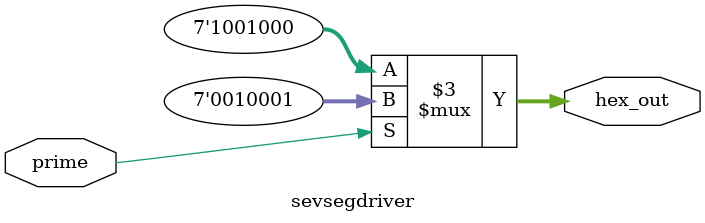
<source format=v>
module sevsegdriver(hex_out, prime);
	
	input prime;
	output [6:0] hex_out;
	reg 	[6:0] hex_out;

always @ (prime or ~prime) begin 
		if (prime) begin
			hex_out = ~7'b1101110;
			end
		else begin
			hex_out = ~7'b0110111;
			end
		end 
endmodule

</source>
